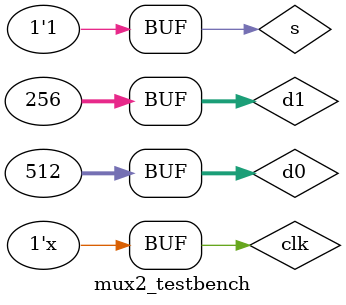
<source format=sv>
`timescale 1ns / 1ps
module mux2_testbench();

// initialize variables
logic clk; // clock
logic [31:0] d0, d1;   // data stored in multiplexer. d0 and d1
logic s;               // selector
logic [31:0] y;        // data output

  // instantiate device under test
   mux2 #(32) instantiated_mux2(d0, d1, s, y);
    
  initial begin
    clk = 0; // set initial value of clock to 0
    
    // Testcase 1
    // set first the values of d0 and d1
    d0 = 1; d1 = 2; s = 0; #2; // select d0 and output 1 since s = 0
    
    // wait for 1 clock cycle
    // Testcase 2
    // set first the values of d0 and d1
    d1 = 1782; d0 = 3271; s = 0; #2; // select d0 and output 1782 since s = 0
    
    // wait for 1 clock cycle
    // Testcase 3
    // set first the values of d0 and d1
    d0 = 103; d1 = 1024; s = 0; #2; // select d0 and output 103 since s = 0
    
    // wait for 1 clock cycle
    // Testcase 4
    // set first the values of d0 and d1
    d0 = 68392; d1 = 10; s = 1; #2; // select d1 and output 10 since s = 0
    
    // wait for 1 clock cycle
    // Testcase 5
    // set first the values of d0 and d1
    d1 = 256; d0 = 512; s = 1; // select d1 and output 256 since s = 0
  end

// set clock
always begin
    // 1ns for each tick, then 2ns for every clock cycle
    #1 clk = ~clk; 
end  
endmodule
</source>
